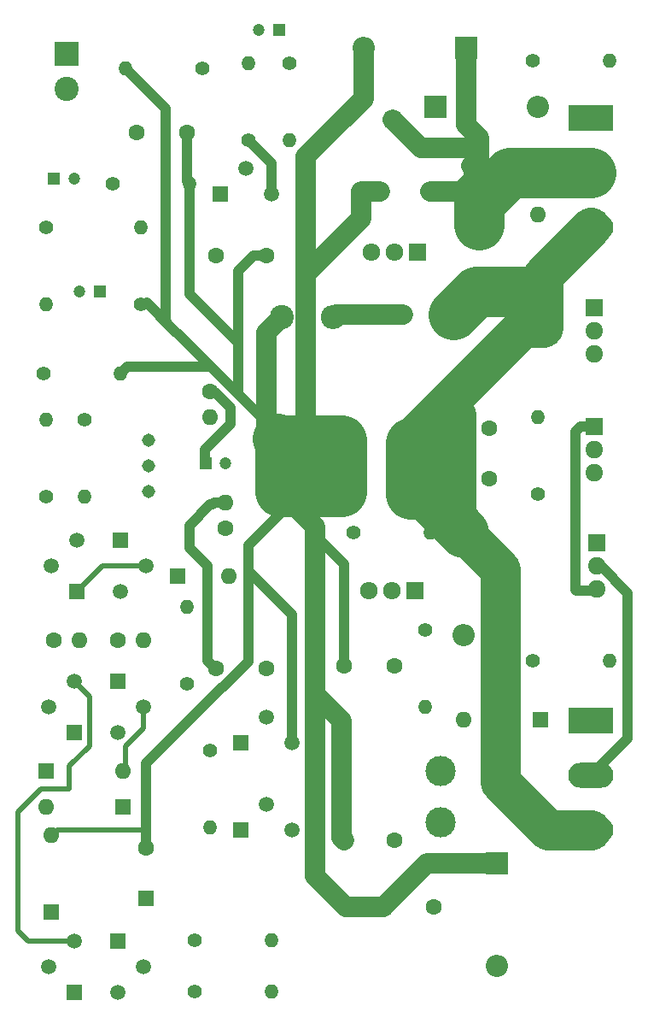
<source format=gbr>
%TF.GenerationSoftware,KiCad,Pcbnew,8.0.7*%
%TF.CreationDate,2025-02-07T17:51:35-05:00*%
%TF.ProjectId,classab-amp,636c6173-7361-4622-9d61-6d702e6b6963,rev?*%
%TF.SameCoordinates,Original*%
%TF.FileFunction,Copper,L2,Bot*%
%TF.FilePolarity,Positive*%
%FSLAX46Y46*%
G04 Gerber Fmt 4.6, Leading zero omitted, Abs format (unit mm)*
G04 Created by KiCad (PCBNEW 8.0.7) date 2025-02-07 17:51:35*
%MOMM*%
%LPD*%
G01*
G04 APERTURE LIST*
%TA.AperFunction,ComponentPad*%
%ADD10R,1.710000X1.800000*%
%TD*%
%TA.AperFunction,ComponentPad*%
%ADD11O,1.710000X1.800000*%
%TD*%
%TA.AperFunction,ComponentPad*%
%ADD12C,1.400000*%
%TD*%
%TA.AperFunction,ComponentPad*%
%ADD13O,1.400000X1.400000*%
%TD*%
%TA.AperFunction,ComponentPad*%
%ADD14C,1.308000*%
%TD*%
%TA.AperFunction,ComponentPad*%
%ADD15R,1.200000X1.200000*%
%TD*%
%TA.AperFunction,ComponentPad*%
%ADD16C,1.200000*%
%TD*%
%TA.AperFunction,ComponentPad*%
%ADD17R,1.500000X1.500000*%
%TD*%
%TA.AperFunction,ComponentPad*%
%ADD18C,1.500000*%
%TD*%
%TA.AperFunction,ComponentPad*%
%ADD19R,1.600000X1.600000*%
%TD*%
%TA.AperFunction,ComponentPad*%
%ADD20C,1.600000*%
%TD*%
%TA.AperFunction,ComponentPad*%
%ADD21O,1.600000X1.600000*%
%TD*%
%TA.AperFunction,ComponentPad*%
%ADD22C,3.000000*%
%TD*%
%TA.AperFunction,ComponentPad*%
%ADD23R,1.800000X1.710000*%
%TD*%
%TA.AperFunction,ComponentPad*%
%ADD24O,1.800000X1.710000*%
%TD*%
%TA.AperFunction,ComponentPad*%
%ADD25R,2.200000X2.200000*%
%TD*%
%TA.AperFunction,ComponentPad*%
%ADD26O,2.200000X2.200000*%
%TD*%
%TA.AperFunction,ComponentPad*%
%ADD27R,2.400000X2.400000*%
%TD*%
%TA.AperFunction,ComponentPad*%
%ADD28C,2.400000*%
%TD*%
%TA.AperFunction,ComponentPad*%
%ADD29O,2.400000X2.400000*%
%TD*%
%TA.AperFunction,ComponentPad*%
%ADD30R,4.500000X2.500000*%
%TD*%
%TA.AperFunction,ComponentPad*%
%ADD31O,4.500000X2.500000*%
%TD*%
%TA.AperFunction,Conductor*%
%ADD32C,0.500000*%
%TD*%
%TA.AperFunction,Conductor*%
%ADD33C,2.000000*%
%TD*%
%TA.AperFunction,Conductor*%
%ADD34C,5.000000*%
%TD*%
%TA.AperFunction,Conductor*%
%ADD35C,1.000000*%
%TD*%
%TA.AperFunction,Conductor*%
%ADD36C,4.000000*%
%TD*%
G04 APERTURE END LIST*
D10*
%TO.P,Q8,1,E*%
%TO.N,Net-(Q15-B)*%
X253227000Y-109861000D03*
D11*
%TO.P,Q8,2,C*%
%TO.N,Net-(Q14-B)*%
X250947000Y-109861000D03*
%TO.P,Q8,3,B*%
%TO.N,Net-(Q12-E)*%
X248667000Y-109861000D03*
%TD*%
D12*
%TO.P,R4,1*%
%TO.N,B+*%
X220472000Y-92964000D03*
D13*
%TO.P,R4,2*%
%TO.N,Net-(Q3-E)*%
X220472000Y-100584000D03*
%TD*%
D14*
%TO.P,RV1,1,1*%
%TO.N,Net-(Q7-B)*%
X226790000Y-94996000D03*
%TO.P,RV1,2,2*%
X226790000Y-97536000D03*
%TO.P,RV1,3,3*%
%TO.N,Net-(R12-Pad1)*%
X226790000Y-100076000D03*
%TD*%
D15*
%TO.P,C11,1*%
%TO.N,B+*%
X239776000Y-54356000D03*
D16*
%TO.P,C11,2*%
%TO.N,Net-(C11-Pad2)*%
X237776000Y-54356000D03*
%TD*%
D17*
%TO.P,Q3,1,E*%
%TO.N,Net-(Q3-E)*%
X219718000Y-109982000D03*
D18*
%TO.P,Q3,2,B*%
%TO.N,Net-(Q3-B)*%
X217178000Y-107442000D03*
%TO.P,Q3,3,C*%
%TO.N,Net-(Q3-C)*%
X219718000Y-104902000D03*
%TD*%
D19*
%TO.P,C12,1*%
%TO.N,B+*%
X251068651Y-63246000D03*
D20*
%TO.P,C12,2*%
%TO.N,PWRGND*%
X246068651Y-63246000D03*
%TD*%
D17*
%TO.P,Q4,1,E*%
%TO.N,B+*%
X224028000Y-104902000D03*
D18*
%TO.P,Q4,2,B*%
%TO.N,Net-(Q3-E)*%
X226568000Y-107442000D03*
%TO.P,Q4,3,C*%
%TO.N,Net-(Q3-B)*%
X224028000Y-109982000D03*
%TD*%
D17*
%TO.P,Q11,1,E*%
%TO.N,Net-(Q11-E)*%
X219456000Y-149630000D03*
D18*
%TO.P,Q11,2,B*%
%TO.N,Net-(Q11-B)*%
X216916000Y-147090000D03*
%TO.P,Q11,3,C*%
%TO.N,Net-(Q1-C)*%
X219456000Y-144550000D03*
%TD*%
D20*
%TO.P,R12,1*%
%TO.N,Net-(R12-Pad1)*%
X234442000Y-103661000D03*
D21*
%TO.P,R12,2*%
%TO.N,Net-(Q14-B)*%
X234442000Y-101121000D03*
%TD*%
D22*
%TO.P,J2,1,1*%
%TO.N,B-*%
X255778000Y-132842000D03*
%TO.P,J2,2,2*%
X255778000Y-127762000D03*
%TD*%
D23*
%TO.P,Q7,1,E*%
%TO.N,Net-(Q14-B)*%
X271018000Y-93594000D03*
D24*
%TO.P,Q7,2,C*%
%TO.N,Net-(Q13-B)*%
X271018000Y-95874000D03*
%TO.P,Q7,3,B*%
%TO.N,Net-(Q7-B)*%
X271018000Y-98154000D03*
%TD*%
D22*
%TO.P,J4,1,1*%
%TO.N,B+*%
X259588000Y-73660000D03*
%TO.P,J4,2,2*%
X259588000Y-68580000D03*
%TD*%
D20*
%TO.P,C2,1*%
%TO.N,Net-(D8-A)*%
X225592000Y-64516000D03*
%TO.P,C2,2*%
%TO.N,PWRGND*%
X230592000Y-64516000D03*
%TD*%
D23*
%TO.P,Q13,1,E*%
%TO.N,Net-(Q13-E)*%
X271018000Y-81864000D03*
D24*
%TO.P,Q13,2,C*%
%TO.N,B+*%
X271018000Y-84144000D03*
%TO.P,Q13,3,B*%
%TO.N,Net-(Q13-B)*%
X271018000Y-86424000D03*
%TD*%
D12*
%TO.P,R16,1*%
%TO.N,Net-(C11-Pad2)*%
X232156000Y-58166000D03*
D13*
%TO.P,R16,2*%
%TO.N,PWRGND*%
X224536000Y-58166000D03*
%TD*%
D12*
%TO.P,R22,1*%
%TO.N,GNDS*%
X223266000Y-69596000D03*
D13*
%TO.P,R22,2*%
%TO.N,PWRGND*%
X230886000Y-69596000D03*
%TD*%
D17*
%TO.P,Q15,1,E*%
%TO.N,B-*%
X235966000Y-133612000D03*
D18*
%TO.P,Q15,2,B*%
%TO.N,Net-(Q15-B)*%
X238506000Y-131072000D03*
%TO.P,Q15,3,C*%
%TO.N,Net-(Q1-C)*%
X241046000Y-133612000D03*
%TD*%
D23*
%TO.P,Q14,1,E*%
%TO.N,Net-(Q14-E)*%
X271272000Y-105168000D03*
D24*
%TO.P,Q14,2,C*%
%TO.N,B-*%
X271272000Y-107448000D03*
%TO.P,Q14,3,B*%
%TO.N,Net-(Q14-B)*%
X271272000Y-109728000D03*
%TD*%
D25*
%TO.P,D10,1,K*%
%TO.N,PWRGND*%
X261366000Y-136906000D03*
D26*
%TO.P,D10,2,A*%
%TO.N,B-*%
X261366000Y-147066000D03*
%TD*%
D20*
%TO.P,C15,1*%
%TO.N,B-*%
X251166000Y-134620000D03*
%TO.P,C15,2*%
%TO.N,PWRGND*%
X246166000Y-134620000D03*
%TD*%
D12*
%TO.P,R1,1*%
%TO.N,Net-(C1-Pad2)*%
X216662000Y-73914000D03*
D13*
%TO.P,R1,2*%
%TO.N,Net-(D8-A)*%
X216662000Y-81534000D03*
%TD*%
D15*
%TO.P,C6,1*%
%TO.N,Net-(Q13-B)*%
X232453401Y-97282000D03*
D16*
%TO.P,C6,2*%
%TO.N,Net-(Q14-B)*%
X234453401Y-97282000D03*
%TD*%
D25*
%TO.P,D7,1,K*%
%TO.N,B+*%
X258318000Y-56134000D03*
D26*
%TO.P,D7,2,A*%
%TO.N,PWRGND*%
X248158000Y-56134000D03*
%TD*%
D27*
%TO.P,J3,1,Pin_1*%
%TO.N,Net-(J3-Pin_1)*%
X218694000Y-56698000D03*
D28*
%TO.P,J3,2,Pin_2*%
%TO.N,GNDS*%
X218694000Y-60198000D03*
%TD*%
%TO.P,R20,1*%
%TO.N,PWRGND*%
X240047000Y-82804000D03*
D29*
%TO.P,R20,2*%
%TO.N,Net-(C3-Pad2)*%
X245127000Y-82804000D03*
%TD*%
D15*
%TO.P,C1,1*%
%TO.N,Net-(J3-Pin_1)*%
X217456000Y-69088000D03*
D16*
%TO.P,C1,2*%
%TO.N,Net-(C1-Pad2)*%
X219456000Y-69088000D03*
%TD*%
D20*
%TO.P,R24,1*%
%TO.N,Net-(Q1-E)*%
X217395000Y-114808000D03*
D21*
%TO.P,R24,2*%
%TO.N,Net-(Q3-C)*%
X219935000Y-114808000D03*
%TD*%
D19*
%TO.P,C4,1*%
%TO.N,Net-(D2-K)*%
X226568000Y-140324651D03*
D20*
%TO.P,C4,2*%
%TO.N,PWRGND*%
X226568000Y-135324651D03*
%TD*%
D19*
%TO.P,D8,1,K*%
%TO.N,Net-(D8-K)*%
X224282000Y-131318000D03*
D21*
%TO.P,D8,2,A*%
%TO.N,Net-(D8-A)*%
X216662000Y-131318000D03*
%TD*%
D12*
%TO.P,R7,1*%
%TO.N,Net-(D2-K)*%
X230632000Y-119126000D03*
D13*
%TO.P,R7,2*%
%TO.N,Net-(D8-K)*%
X230632000Y-111506000D03*
%TD*%
D12*
%TO.P,R18,1*%
%TO.N,Net-(Q14-E)*%
X264922000Y-116840000D03*
D13*
%TO.P,R18,2*%
%TO.N,Net-(D6-K)*%
X272542000Y-116840000D03*
%TD*%
D12*
%TO.P,R10,1*%
%TO.N,B+*%
X240792000Y-57658000D03*
D13*
%TO.P,R10,2*%
%TO.N,Net-(Q16-E)*%
X240792000Y-65278000D03*
%TD*%
D20*
%TO.P,R11,1*%
%TO.N,Net-(Q13-B)*%
X232918000Y-90141000D03*
D21*
%TO.P,R11,2*%
%TO.N,Net-(Q7-B)*%
X232918000Y-92681000D03*
%TD*%
D20*
%TO.P,C3,1*%
%TO.N,/SPEAKER*%
X257008000Y-82550000D03*
%TO.P,C3,2*%
%TO.N,Net-(C3-Pad2)*%
X252008000Y-82550000D03*
%TD*%
D19*
%TO.P,C13,1*%
%TO.N,PWRGND*%
X250073349Y-141224000D03*
D20*
%TO.P,C13,2*%
%TO.N,B-*%
X255073349Y-141224000D03*
%TD*%
D30*
%TO.P,Q9,1,G*%
%TO.N,Net-(D3-K)*%
X270678000Y-63014000D03*
D31*
%TO.P,Q9,2,D*%
%TO.N,B+*%
X270678000Y-68464000D03*
%TO.P,Q9,3,S*%
%TO.N,/SPEAKER*%
X270678000Y-73914000D03*
%TD*%
D17*
%TO.P,Q5,1,E*%
%TO.N,Net-(Q5-E)*%
X223774000Y-144550000D03*
D18*
%TO.P,Q5,2,B*%
%TO.N,Net-(Q11-B)*%
X226314000Y-147090000D03*
%TO.P,Q5,3,C*%
X223774000Y-149630000D03*
%TD*%
D20*
%TO.P,C10,1*%
%TO.N,Net-(Q14-B)*%
X251166000Y-117348000D03*
%TO.P,C10,2*%
%TO.N,PWRGND*%
X246166000Y-117348000D03*
%TD*%
%TO.P,C8,1*%
%TO.N,Net-(Q13-E)*%
X260604000Y-98806000D03*
%TO.P,C8,2*%
%TO.N,Net-(Q14-E)*%
X260604000Y-93806000D03*
%TD*%
D12*
%TO.P,R6,1*%
%TO.N,Net-(Q15-B)*%
X254254000Y-113792000D03*
D13*
%TO.P,R6,2*%
%TO.N,B-*%
X254254000Y-121412000D03*
%TD*%
%TO.P,R5,2*%
%TO.N,B-*%
X239014000Y-144526000D03*
D12*
%TO.P,R5,1*%
%TO.N,Net-(Q5-E)*%
X231394000Y-144526000D03*
%TD*%
%TO.P,R2,1*%
%TO.N,PWRGND*%
X226060000Y-81534000D03*
D13*
%TO.P,R2,2*%
%TO.N,Net-(D8-A)*%
X226060000Y-73914000D03*
%TD*%
D12*
%TO.P,R8,1*%
%TO.N,Net-(Q13-E)*%
X264922000Y-57404000D03*
D13*
%TO.P,R8,2*%
%TO.N,Net-(D3-K)*%
X272542000Y-57404000D03*
%TD*%
D17*
%TO.P,Q2,1,E*%
%TO.N,Net-(Q2-E)*%
X223766000Y-118872000D03*
D18*
%TO.P,Q2,2,B*%
%TO.N,Net-(D8-K)*%
X226306000Y-121412000D03*
%TO.P,Q2,3,C*%
%TO.N,Net-(Q11-B)*%
X223766000Y-123952000D03*
%TD*%
D12*
%TO.P,R13,1*%
%TO.N,Net-(Q12-E)*%
X232918000Y-125730000D03*
D13*
%TO.P,R13,2*%
%TO.N,B-*%
X232918000Y-133350000D03*
%TD*%
D19*
%TO.P,D2,1,K*%
%TO.N,Net-(D2-K)*%
X217170000Y-141732000D03*
D21*
%TO.P,D2,2,A*%
%TO.N,PWRGND*%
X217170000Y-134112000D03*
%TD*%
D19*
%TO.P,D1,1,K*%
%TO.N,Net-(Q2-E)*%
X229714315Y-108458000D03*
D21*
%TO.P,D1,2,A*%
%TO.N,Net-(D8-K)*%
X234794315Y-108458000D03*
%TD*%
D10*
%TO.P,Q16,1,E*%
%TO.N,Net-(Q16-E)*%
X253481000Y-76333000D03*
D11*
%TO.P,Q16,2,C*%
%TO.N,Net-(Q13-B)*%
X251201000Y-76333000D03*
%TO.P,Q16,3,B*%
%TO.N,Net-(Q16-B)*%
X248921000Y-76333000D03*
%TD*%
D25*
%TO.P,D5,1,K*%
%TO.N,/SPEAKER*%
X258064000Y-104140000D03*
D26*
%TO.P,D5,2,A*%
%TO.N,Net-(D5-A)*%
X258064000Y-114300000D03*
%TD*%
D13*
%TO.P,R3,2*%
%TO.N,B-*%
X239014000Y-149606000D03*
D12*
%TO.P,R3,1*%
%TO.N,Net-(Q11-E)*%
X231394000Y-149606000D03*
%TD*%
D19*
%TO.P,D9,1,K*%
%TO.N,Net-(D8-A)*%
X216662000Y-127762000D03*
D21*
%TO.P,D9,2,A*%
%TO.N,Net-(D8-K)*%
X224282000Y-127762000D03*
%TD*%
D22*
%TO.P,J5,1,1*%
%TO.N,PWRGND*%
X245972000Y-100076000D03*
%TO.P,J5,2,2*%
X245972000Y-94996000D03*
%TD*%
D25*
%TO.P,D3,1,K*%
%TO.N,Net-(D3-K)*%
X255270000Y-61976000D03*
D26*
%TO.P,D3,2,A*%
%TO.N,Net-(D3-A)*%
X265430000Y-61976000D03*
%TD*%
D12*
%TO.P,R15,1*%
%TO.N,Net-(C7-Pad2)*%
X216408000Y-88392000D03*
D13*
%TO.P,R15,2*%
%TO.N,PWRGND*%
X224028000Y-88392000D03*
%TD*%
D12*
%TO.P,R9,1*%
%TO.N,Net-(D8-K)*%
X247142000Y-104140000D03*
D13*
%TO.P,R9,2*%
%TO.N,/SPEAKER*%
X254762000Y-104140000D03*
%TD*%
D20*
%TO.P,C5,1*%
%TO.N,Net-(Q1-C)*%
X238466000Y-117602000D03*
%TO.P,C5,2*%
%TO.N,Net-(Q14-B)*%
X233466000Y-117602000D03*
%TD*%
D12*
%TO.P,R23,1*%
%TO.N,Net-(Q13-E)*%
X265430000Y-100330000D03*
D13*
%TO.P,R23,2*%
%TO.N,Net-(Q14-E)*%
X265430000Y-92710000D03*
%TD*%
D20*
%TO.P,C9,1*%
%TO.N,Net-(Q13-B)*%
X233466000Y-76708000D03*
%TO.P,C9,2*%
%TO.N,PWRGND*%
X238466000Y-76708000D03*
%TD*%
D12*
%TO.P,R19,1*%
%TO.N,Net-(Q3-B)*%
X216662000Y-100584000D03*
D13*
%TO.P,R19,2*%
%TO.N,Net-(C7-Pad2)*%
X216662000Y-92964000D03*
%TD*%
D22*
%TO.P,J1,1,1*%
%TO.N,/SPEAKER*%
X252730000Y-100076000D03*
%TO.P,J1,2,2*%
X252730000Y-94996000D03*
%TD*%
D17*
%TO.P,Q1,1,E*%
%TO.N,Net-(Q1-E)*%
X219464000Y-123952000D03*
D18*
%TO.P,Q1,2,B*%
%TO.N,Net-(D8-A)*%
X216924000Y-121412000D03*
%TO.P,Q1,3,C*%
%TO.N,Net-(Q1-C)*%
X219464000Y-118872000D03*
%TD*%
D20*
%TO.P,C16,1*%
%TO.N,PWRGND*%
X249722000Y-70358000D03*
%TO.P,C16,2*%
%TO.N,B+*%
X254722000Y-70358000D03*
%TD*%
D17*
%TO.P,Q6,1,E*%
%TO.N,B+*%
X233934000Y-70620000D03*
D18*
%TO.P,Q6,2,B*%
%TO.N,Net-(Q16-E)*%
X236474000Y-68080000D03*
%TO.P,Q6,3,C*%
%TO.N,Net-(Q16-B)*%
X239014000Y-70620000D03*
%TD*%
D19*
%TO.P,D4,1,K*%
%TO.N,/SPEAKER*%
X265430000Y-80264000D03*
D21*
%TO.P,D4,2,A*%
%TO.N,Net-(D3-A)*%
X265430000Y-72644000D03*
%TD*%
D15*
%TO.P,C7,1*%
%TO.N,B+*%
X221996000Y-80264000D03*
D16*
%TO.P,C7,2*%
%TO.N,Net-(C7-Pad2)*%
X219996000Y-80264000D03*
%TD*%
D20*
%TO.P,R25,1*%
%TO.N,Net-(Q3-C)*%
X223745000Y-114808000D03*
D21*
%TO.P,R25,2*%
%TO.N,Net-(Q2-E)*%
X226285000Y-114808000D03*
%TD*%
D22*
%TO.P,J6,1,1*%
%TO.N,PWRGND*%
X239876000Y-100076000D03*
%TO.P,J6,2,2*%
X239876000Y-94996000D03*
%TD*%
D30*
%TO.P,Q10,1,G*%
%TO.N,Net-(D6-K)*%
X270678000Y-122704000D03*
D31*
%TO.P,Q10,2,D*%
%TO.N,B-*%
X270678000Y-128154000D03*
%TO.P,Q10,3,S*%
%TO.N,/SPEAKER*%
X270678000Y-133604000D03*
%TD*%
D17*
%TO.P,Q12,1,E*%
%TO.N,Net-(Q12-E)*%
X235966000Y-124976000D03*
D18*
%TO.P,Q12,2,B*%
%TO.N,Net-(Q1-C)*%
X238506000Y-122436000D03*
%TO.P,Q12,3,C*%
%TO.N,PWRGND*%
X241046000Y-124976000D03*
%TD*%
D12*
%TO.P,R14,1*%
%TO.N,Net-(Q16-B)*%
X236728000Y-65278000D03*
D13*
%TO.P,R14,2*%
%TO.N,Net-(C11-Pad2)*%
X236728000Y-57658000D03*
%TD*%
D19*
%TO.P,D6,1,K*%
%TO.N,Net-(D6-K)*%
X265684000Y-122682000D03*
D21*
%TO.P,D6,2,A*%
%TO.N,Net-(D5-A)*%
X258064000Y-122682000D03*
%TD*%
D32*
%TO.N,Net-(Q3-E)*%
X222258000Y-107442000D02*
X226568000Y-107442000D01*
X219718000Y-109982000D02*
X222258000Y-107442000D01*
D33*
%TO.N,Net-(C3-Pad2)*%
X252008000Y-82550000D02*
X245381000Y-82550000D01*
X245381000Y-82550000D02*
X245127000Y-82804000D01*
%TO.N,B+*%
X259588000Y-68580000D02*
X259588000Y-66040000D01*
X259588000Y-65024000D02*
X258318000Y-63754000D01*
X259588000Y-66040000D02*
X259588000Y-65024000D01*
D34*
X259588000Y-71538680D02*
X262662680Y-68464000D01*
D33*
X258826000Y-67818000D02*
X259588000Y-68580000D01*
D34*
X262662680Y-68464000D02*
X270678000Y-68464000D01*
X259588000Y-73660000D02*
X259588000Y-71538680D01*
D33*
X254722000Y-70358000D02*
X257810000Y-70358000D01*
X259588000Y-66040000D02*
X253862651Y-66040000D01*
X258318000Y-63754000D02*
X258318000Y-56134000D01*
X253862651Y-66040000D02*
X251068651Y-63246000D01*
X257810000Y-70358000D02*
X259588000Y-68580000D01*
D35*
%TO.N,B-*%
X274320000Y-124512000D02*
X270678000Y-128154000D01*
X274320000Y-110107634D02*
X274320000Y-124512000D01*
X271660366Y-107448000D02*
X274320000Y-110107634D01*
D36*
%TO.N,/SPEAKER*%
X257304000Y-102618000D02*
X257304000Y-92439095D01*
X255640905Y-92439095D02*
X252830000Y-95250000D01*
X265938000Y-78654000D02*
X265938000Y-83805095D01*
X265938000Y-83805095D02*
X263920905Y-83805095D01*
X270678000Y-133604000D02*
X266428000Y-133604000D01*
X266428000Y-133604000D02*
X261664000Y-128840000D01*
D34*
X254254000Y-100330000D02*
X258064000Y-104140000D01*
X265430000Y-80264000D02*
X259294000Y-80264000D01*
D36*
X261664000Y-107740000D02*
X258064000Y-104140000D01*
X261664000Y-128840000D02*
X261664000Y-107740000D01*
X257304000Y-92439095D02*
X255640905Y-92439095D01*
D34*
X252830000Y-100330000D02*
X254254000Y-100330000D01*
X259294000Y-80264000D02*
X257008000Y-82550000D01*
D36*
X263920905Y-83805095D02*
X252730000Y-94996000D01*
D34*
X252830000Y-100330000D02*
X252830000Y-95250000D01*
D36*
X258064000Y-103378000D02*
X257304000Y-102618000D01*
X258064000Y-104140000D02*
X258064000Y-103378000D01*
X270678000Y-73914000D02*
X265938000Y-78654000D01*
D32*
%TO.N,Net-(Q1-C)*%
X213868000Y-143534000D02*
X214884000Y-144550000D01*
X216154000Y-129540000D02*
X213868000Y-131826000D01*
X220964000Y-120372000D02*
X220964000Y-125238000D01*
X218948000Y-129540000D02*
X216154000Y-129540000D01*
X218948000Y-127254000D02*
X218948000Y-129540000D01*
X214884000Y-144550000D02*
X219456000Y-144550000D01*
X213868000Y-131826000D02*
X213868000Y-143534000D01*
X220964000Y-125238000D02*
X218948000Y-127254000D01*
X219464000Y-118872000D02*
X220964000Y-120372000D01*
D35*
%TO.N,Net-(Q14-B)*%
X232664000Y-107442000D02*
X232664000Y-116800000D01*
X269118000Y-94102000D02*
X269626000Y-93594000D01*
X233140000Y-101346000D02*
X232941415Y-101346000D01*
X233365000Y-101121000D02*
X233140000Y-101346000D01*
X232664000Y-116800000D02*
X233466000Y-117602000D01*
X271018000Y-109884000D02*
X269208000Y-109884000D01*
X234442000Y-101121000D02*
X233365000Y-101121000D01*
X230886000Y-103401415D02*
X230886000Y-105664000D01*
X269626000Y-93594000D02*
X271018000Y-93594000D01*
X269208000Y-109884000D02*
X269118000Y-109794000D01*
X230886000Y-105664000D02*
X232664000Y-107442000D01*
X269118000Y-109794000D02*
X269118000Y-94102000D01*
X232941415Y-101346000D02*
X230886000Y-103401415D01*
D33*
%TO.N,PWRGND*%
X245912000Y-134366000D02*
X245912000Y-122722000D01*
X247894000Y-70358000D02*
X247894000Y-73019000D01*
D35*
X228473000Y-83185000D02*
X229061792Y-83773792D01*
X224536000Y-58166000D02*
X228473000Y-62103000D01*
D33*
X248158000Y-56134000D02*
X248158000Y-61156651D01*
D35*
X246166000Y-107228000D02*
X243840000Y-104902000D01*
D33*
X243332000Y-104902000D02*
X243332000Y-120142000D01*
D35*
X235712000Y-85090000D02*
X235585000Y-85217000D01*
D33*
X246068651Y-63246000D02*
X242427000Y-66887651D01*
X238506000Y-93626000D02*
X239640000Y-94760000D01*
D35*
X224028000Y-88392000D02*
X224728000Y-87692000D01*
X230886000Y-80518000D02*
X235585000Y-85217000D01*
D33*
X240047000Y-82804000D02*
X238523000Y-84328000D01*
X238523000Y-84328000D02*
X238506000Y-84328000D01*
D35*
X226568000Y-126954415D02*
X226568000Y-135324651D01*
D34*
X245972000Y-100076000D02*
X244956000Y-100076000D01*
D35*
X235712000Y-78232000D02*
X235712000Y-85090000D01*
D33*
X243332000Y-103532000D02*
X240715000Y-100915000D01*
D35*
X235585000Y-85217000D02*
X235712000Y-85344000D01*
D34*
X245972000Y-100076000D02*
X245972000Y-94996000D01*
X244956000Y-100076000D02*
X239876000Y-94996000D01*
D33*
X245912000Y-122722000D02*
X243332000Y-120142000D01*
X243332000Y-120142000D02*
X243332000Y-138176000D01*
D35*
X234211585Y-119402000D02*
X234120415Y-119402000D01*
D33*
X238506000Y-84328000D02*
X238506000Y-93626000D01*
D34*
X239876000Y-94996000D02*
X239640000Y-94760000D01*
D35*
X226648792Y-81360792D02*
X229061792Y-83773792D01*
X243840000Y-104902000D02*
X243332000Y-104902000D01*
X239876000Y-93846308D02*
X239876000Y-94996000D01*
D33*
X243332000Y-138176000D02*
X246380000Y-141224000D01*
D35*
X241046000Y-124976000D02*
X241046000Y-112268000D01*
D33*
X242427000Y-66887651D02*
X242427000Y-78486000D01*
X242427000Y-94091000D02*
X243332000Y-94996000D01*
D35*
X236728000Y-107950000D02*
X236728000Y-116885585D01*
D34*
X243332000Y-94996000D02*
X245972000Y-94996000D01*
D35*
X236728000Y-116885585D02*
X234211585Y-119402000D01*
D32*
X240715000Y-100915000D02*
X240715000Y-101423000D01*
D35*
X237236000Y-76708000D02*
X235712000Y-78232000D01*
X230378000Y-85055415D02*
X236491292Y-91168708D01*
X241046000Y-112268000D02*
X236728000Y-107950000D01*
D33*
X254450651Y-136906000D02*
X250132651Y-141224000D01*
D34*
X239876000Y-100076000D02*
X239876000Y-94996000D01*
D35*
X238466000Y-76708000D02*
X237236000Y-76708000D01*
D34*
X239876000Y-94996000D02*
X243332000Y-94996000D01*
D35*
X235712000Y-85344000D02*
X235712000Y-90389416D01*
X246166000Y-117348000D02*
X246166000Y-107228000D01*
D33*
X243332000Y-104902000D02*
X243332000Y-103532000D01*
D35*
X228473000Y-62103000D02*
X228473000Y-83185000D01*
D33*
X249722000Y-70358000D02*
X247894000Y-70358000D01*
D35*
X230592000Y-64516000D02*
X230592000Y-69302000D01*
X230886000Y-69596000D02*
X230886000Y-80518000D01*
D33*
X261366000Y-136906000D02*
X254450651Y-136906000D01*
X247894000Y-73019000D02*
X242427000Y-78486000D01*
D35*
X229061792Y-83773792D02*
X230170207Y-84882207D01*
X224728000Y-87692000D02*
X233014586Y-87692000D01*
X236491292Y-91168708D02*
X239640000Y-94317415D01*
D33*
X246166000Y-134620000D02*
X245912000Y-134366000D01*
D34*
X239876000Y-100076000D02*
X245972000Y-100076000D01*
D35*
X230592000Y-69302000D02*
X230886000Y-69596000D01*
X235712000Y-90389416D02*
X236491292Y-91168708D01*
X234120415Y-119402000D02*
X226568000Y-126954415D01*
D32*
X217735349Y-133546651D02*
X217170000Y-134112000D01*
X226568000Y-133546651D02*
X217735349Y-133546651D01*
D33*
X250132651Y-141224000D02*
X246380000Y-141224000D01*
D35*
X236728000Y-105410000D02*
X236728000Y-107950000D01*
D33*
X248158000Y-61156651D02*
X246068651Y-63246000D01*
X242427000Y-78486000D02*
X242427000Y-94091000D01*
D35*
X240715000Y-101423000D02*
X236728000Y-105410000D01*
%TO.N,Net-(Q13-B)*%
X234918000Y-93391805D02*
X234918000Y-91716736D01*
X232410000Y-97282000D02*
X232410000Y-95899805D01*
X233420484Y-90219220D02*
X233005000Y-90219220D01*
X232410000Y-95899805D02*
X234918000Y-93391805D01*
X234918000Y-91716736D02*
X233420484Y-90219220D01*
%TO.N,Net-(Q16-B)*%
X239014000Y-67564000D02*
X239014000Y-70620000D01*
X236728000Y-65278000D02*
X239014000Y-67564000D01*
D32*
%TO.N,Net-(D8-K)*%
X226306000Y-123533321D02*
X226306000Y-121412000D01*
X224536000Y-127762000D02*
X224536000Y-125303321D01*
X224536000Y-125303321D02*
X226306000Y-123533321D01*
%TD*%
M02*

</source>
